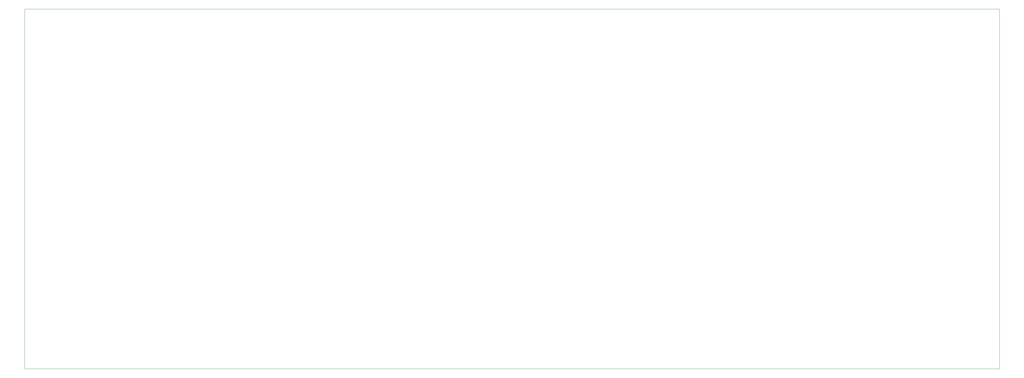
<source format=gbr>
G04 #@! TF.GenerationSoftware,KiCad,Pcbnew,(5.1.5)-3*
G04 #@! TF.CreationDate,2020-06-24T22:01:33+03:00*
G04 #@! TF.ProjectId,forward_converter_opto,666f7277-6172-4645-9f63-6f6e76657274,rev?*
G04 #@! TF.SameCoordinates,Original*
G04 #@! TF.FileFunction,Profile,NP*
%FSLAX46Y46*%
G04 Gerber Fmt 4.6, Leading zero omitted, Abs format (unit mm)*
G04 Created by KiCad (PCBNEW (5.1.5)-3) date 2020-06-24 22:01:33*
%MOMM*%
%LPD*%
G04 APERTURE LIST*
%ADD10C,0.100000*%
G04 APERTURE END LIST*
D10*
X279400000Y-30480000D02*
X279400000Y-127000000D01*
X-22860000Y-15240000D02*
X-22860000Y-127000000D01*
X-22860000Y-127000000D02*
X279400000Y-127000000D01*
X15240000Y-15240000D02*
X-22860000Y-15240000D01*
X279400000Y-15240000D02*
X15240000Y-15240000D01*
X279400000Y-30480000D02*
X279400000Y-15240000D01*
M02*

</source>
